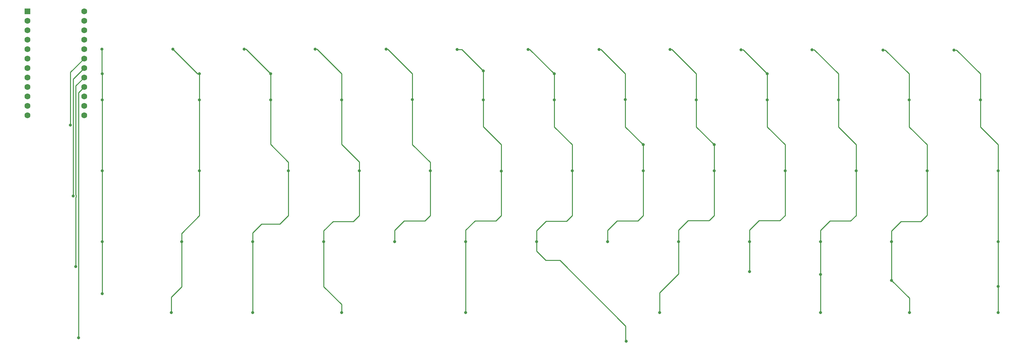
<source format=gtl>
G04 #@! TF.GenerationSoftware,KiCad,Pcbnew,(6.0.7-1)-1*
G04 #@! TF.CreationDate,2022-10-03T10:16:15+02:00*
G04 #@! TF.ProjectId,staggered-keyboard,73746167-6765-4726-9564-2d6b6579626f,rev?*
G04 #@! TF.SameCoordinates,Original*
G04 #@! TF.FileFunction,Copper,L1,Top*
G04 #@! TF.FilePolarity,Positive*
%FSLAX46Y46*%
G04 Gerber Fmt 4.6, Leading zero omitted, Abs format (unit mm)*
G04 Created by KiCad (PCBNEW (6.0.7-1)-1) date 2022-10-03 10:16:15*
%MOMM*%
%LPD*%
G01*
G04 APERTURE LIST*
G04 #@! TA.AperFunction,ComponentPad*
%ADD10R,1.600000X1.600000*%
G04 #@! TD*
G04 #@! TA.AperFunction,ComponentPad*
%ADD11C,1.600000*%
G04 #@! TD*
G04 #@! TA.AperFunction,ViaPad*
%ADD12C,0.800000*%
G04 #@! TD*
G04 #@! TA.AperFunction,Conductor*
%ADD13C,0.250000*%
G04 #@! TD*
G04 APERTURE END LIST*
D10*
X68060000Y-141940000D03*
D11*
X68060000Y-144480000D03*
X68060000Y-147020000D03*
X68060000Y-149560000D03*
X68060000Y-152100000D03*
X68060000Y-154640000D03*
X68060000Y-157180000D03*
X68060000Y-159720000D03*
X68060000Y-162260000D03*
X68060000Y-164800000D03*
X68060000Y-167340000D03*
X68060000Y-169880000D03*
X83300000Y-169880000D03*
X83300000Y-167340000D03*
X83300000Y-164800000D03*
X83300000Y-162260000D03*
X83300000Y-159720000D03*
X83300000Y-157180000D03*
X83300000Y-154640000D03*
X83300000Y-152100000D03*
X83300000Y-149560000D03*
X83300000Y-147020000D03*
X83300000Y-144480000D03*
X83300000Y-141940000D03*
D12*
X79625500Y-172550000D03*
X80355500Y-191600000D03*
X81070000Y-210570000D03*
X81800000Y-229650000D03*
X88125000Y-217800000D03*
X88125000Y-184800000D03*
X88100000Y-152140000D03*
X88125000Y-203850000D03*
X88125000Y-158680000D03*
X88125000Y-165725000D03*
X114250000Y-165725000D03*
X114250000Y-184775000D03*
X109500000Y-203850000D03*
X107130000Y-152110000D03*
X106700000Y-222875000D03*
X114250000Y-158725000D03*
X126220000Y-152150000D03*
X138075000Y-184775000D03*
X128550000Y-203825000D03*
X133325000Y-165725000D03*
X128550000Y-222875000D03*
X133325000Y-158725000D03*
X152400000Y-222875000D03*
X147600000Y-203825000D03*
X145270000Y-152150000D03*
X152375000Y-165725000D03*
X157125000Y-184775000D03*
X166625000Y-203850000D03*
X164350000Y-152130000D03*
X171400000Y-165700000D03*
X176175000Y-184775000D03*
X183370000Y-152170000D03*
X195225000Y-184850000D03*
X190450000Y-165725000D03*
X185700000Y-203825000D03*
X190450000Y-157950000D03*
X185700000Y-222875000D03*
X228780000Y-230580000D03*
X204750000Y-203825000D03*
X209500000Y-165725000D03*
X214275000Y-184775000D03*
X202420000Y-152160000D03*
X209500000Y-158750000D03*
X233325000Y-177800000D03*
X233325000Y-184775000D03*
X223800000Y-203825000D03*
X221500000Y-152180000D03*
X228550000Y-165700000D03*
X247600000Y-165725000D03*
X252375000Y-177800000D03*
X242850000Y-203825000D03*
X240550000Y-152230000D03*
X237750000Y-222875000D03*
X252375000Y-184825000D03*
X271425000Y-184775000D03*
X261900000Y-211900000D03*
X261900000Y-203825000D03*
X266650000Y-165725000D03*
X266650000Y-158750000D03*
X259580000Y-152290000D03*
X290475000Y-184775000D03*
X280925000Y-212650000D03*
X278680000Y-152280000D03*
X280925000Y-222900000D03*
X280925000Y-203825000D03*
X285725000Y-165725000D03*
X297670000Y-152330000D03*
X309525000Y-184775000D03*
X300000000Y-203825000D03*
X304800000Y-222875000D03*
X300000000Y-214250000D03*
X304750000Y-165725000D03*
X316720000Y-152360000D03*
X323825000Y-165725000D03*
X328625000Y-222900000D03*
X328625000Y-215900000D03*
X328575000Y-203850000D03*
X328575000Y-184775000D03*
D13*
X79625500Y-172550000D02*
X79625500Y-158314500D01*
X79625500Y-158314500D02*
X83300000Y-154640000D01*
X80350000Y-191594500D02*
X80350000Y-160130000D01*
X80350000Y-160130000D02*
X83300000Y-157180000D01*
X80355500Y-191600000D02*
X80350000Y-191594500D01*
X81070000Y-191289195D02*
X81070000Y-161950000D01*
X81080500Y-191299695D02*
X81070000Y-191289195D01*
X81080500Y-191900305D02*
X81080500Y-191299695D01*
X81070000Y-191910805D02*
X81080500Y-191900305D01*
X81070000Y-210560000D02*
X81070000Y-191910805D01*
X81070000Y-161950000D02*
X83300000Y-159720000D01*
X81800000Y-163760000D02*
X83300000Y-162260000D01*
X81800000Y-180989054D02*
X81800000Y-229650000D01*
X81800000Y-180989054D02*
X81800000Y-163760000D01*
X88125000Y-203850000D02*
X88125000Y-217800000D01*
X88125000Y-165725000D02*
X88125000Y-158680000D01*
X88125000Y-184800000D02*
X88125000Y-203850000D01*
X88100000Y-158655000D02*
X88125000Y-158680000D01*
X88100000Y-152140000D02*
X88100000Y-158655000D01*
X88125000Y-184800000D02*
X88125000Y-165725000D01*
X109550000Y-201550000D02*
X109500000Y-201600000D01*
X109500000Y-215925000D02*
X106700000Y-218725000D01*
X109500000Y-201600000D02*
X109500000Y-203850000D01*
X114250000Y-184775000D02*
X114250000Y-196850000D01*
X109500000Y-203850000D02*
X109500000Y-215925000D01*
X114250000Y-158725000D02*
X113745000Y-158725000D01*
X114250000Y-158725000D02*
X114250000Y-165725000D01*
X114250000Y-196850000D02*
X109550000Y-201550000D01*
X114250000Y-165725000D02*
X114250000Y-184775000D01*
X113745000Y-158725000D02*
X107130000Y-152110000D01*
X106700000Y-218725000D02*
X106700000Y-222875000D01*
X133325000Y-158725000D02*
X133325000Y-165725000D01*
X133325000Y-177725000D02*
X138075000Y-182475000D01*
X133325000Y-158725000D02*
X126750000Y-152150000D01*
X126750000Y-152150000D02*
X126220000Y-152150000D01*
X138075000Y-184775000D02*
X138075000Y-196825000D01*
X128550000Y-203825000D02*
X128550000Y-222875000D01*
X130925000Y-199100000D02*
X128600000Y-201425000D01*
X138075000Y-182475000D02*
X138075000Y-184775000D01*
X131100000Y-199100000D02*
X130925000Y-199100000D01*
X133325000Y-165725000D02*
X133325000Y-177725000D01*
X128600000Y-201425000D02*
X128550000Y-201475000D01*
X128550000Y-201475000D02*
X128550000Y-203825000D01*
X138075000Y-196825000D02*
X135800000Y-199100000D01*
X135800000Y-199100000D02*
X131100000Y-199100000D01*
X150125000Y-198400000D02*
X147600000Y-200925000D01*
X157125000Y-182425000D02*
X157125000Y-184775000D01*
X157125000Y-184775000D02*
X157125000Y-196800000D01*
X155525000Y-198400000D02*
X150125000Y-198400000D01*
X157125000Y-196800000D02*
X155525000Y-198400000D01*
X152375000Y-177675000D02*
X157125000Y-182425000D01*
X152375000Y-158750000D02*
X145775000Y-152150000D01*
X147600000Y-203825000D02*
X147600000Y-215925000D01*
X147600000Y-215925000D02*
X152400000Y-220725000D01*
X152400000Y-220725000D02*
X152400000Y-222875000D01*
X152375000Y-158750000D02*
X152375000Y-165725000D01*
X147600000Y-200925000D02*
X147600000Y-203825000D01*
X145775000Y-152150000D02*
X145270000Y-152150000D01*
X152375000Y-165725000D02*
X152375000Y-177675000D01*
X171400000Y-165700000D02*
X171400000Y-177750000D01*
X164780000Y-152130000D02*
X171400000Y-158750000D01*
X176175000Y-182525000D02*
X176175000Y-184775000D01*
X166625000Y-200775000D02*
X166625000Y-203850000D01*
X174975000Y-198025000D02*
X174775000Y-198225000D01*
X164350000Y-152130000D02*
X164780000Y-152130000D01*
X174775000Y-198225000D02*
X169175000Y-198225000D01*
X176175000Y-196825000D02*
X174975000Y-198025000D01*
X171400000Y-177750000D02*
X176175000Y-182525000D01*
X169175000Y-198225000D02*
X166625000Y-200775000D01*
X176175000Y-184775000D02*
X176175000Y-196825000D01*
X171400000Y-158750000D02*
X171400000Y-165700000D01*
X188225000Y-198225000D02*
X185700000Y-200750000D01*
X184670000Y-152170000D02*
X183370000Y-152170000D01*
X195225000Y-184850000D02*
X195225000Y-177775000D01*
X185700000Y-203825000D02*
X185700000Y-222875000D01*
X185700000Y-200750000D02*
X185700000Y-203825000D01*
X195225000Y-196850000D02*
X193850000Y-198225000D01*
X190425000Y-172975000D02*
X190425000Y-165750000D01*
X195225000Y-177775000D02*
X190425000Y-172975000D01*
X190425000Y-165750000D02*
X190450000Y-165725000D01*
X190450000Y-157950000D02*
X190450000Y-165725000D01*
X190450000Y-157950000D02*
X184670000Y-152170000D01*
X195225000Y-184850000D02*
X195225000Y-196850000D01*
X193850000Y-198225000D02*
X188225000Y-198225000D01*
X204750000Y-206425000D02*
X207200000Y-208875000D01*
X214275000Y-177800000D02*
X214275000Y-184775000D01*
X202910000Y-152160000D02*
X202420000Y-152160000D01*
X209500000Y-158750000D02*
X209500000Y-165725000D01*
X214275000Y-196850000D02*
X212775000Y-198350000D01*
X212775000Y-198350000D02*
X207300000Y-198350000D01*
X207200000Y-208875000D02*
X210975000Y-208875000D01*
X228650000Y-230450000D02*
X228780000Y-230580000D01*
X228650000Y-226550000D02*
X228650000Y-230450000D01*
X209500000Y-158750000D02*
X202910000Y-152160000D01*
X214275000Y-184775000D02*
X214275000Y-196850000D01*
X209500000Y-173025000D02*
X214275000Y-177800000D01*
X204750000Y-200900000D02*
X204750000Y-203825000D01*
X210975000Y-208875000D02*
X228650000Y-226550000D01*
X209500000Y-165725000D02*
X209500000Y-173025000D01*
X204750000Y-203825000D02*
X204750000Y-206425000D01*
X207300000Y-198350000D02*
X204750000Y-200900000D01*
X233325000Y-196825000D02*
X231875000Y-198275000D01*
X231875000Y-198275000D02*
X226325000Y-198275000D01*
X228550000Y-165700000D02*
X228550000Y-173025000D01*
X233325000Y-177800000D02*
X233325000Y-184775000D01*
X228550000Y-173025000D02*
X233325000Y-177800000D01*
X233325000Y-184775000D02*
X233325000Y-196825000D01*
X221980000Y-152180000D02*
X221500000Y-152180000D01*
X226325000Y-198275000D02*
X223800000Y-200800000D01*
X228550000Y-158750000D02*
X221980000Y-152180000D01*
X228550000Y-158750000D02*
X228550000Y-165700000D01*
X223800000Y-200800000D02*
X223800000Y-203825000D01*
X247600000Y-173025000D02*
X252375000Y-177800000D01*
X252375000Y-196825000D02*
X251125000Y-198075000D01*
X245375000Y-198200000D02*
X242850000Y-200725000D01*
X252375000Y-184825000D02*
X252375000Y-196825000D01*
X237750000Y-217550000D02*
X237750000Y-222875000D01*
X247600000Y-158750000D02*
X247600000Y-165725000D01*
X247600000Y-158750000D02*
X241080000Y-152230000D01*
X251125000Y-198075000D02*
X251000000Y-198200000D01*
X242850000Y-212450000D02*
X237925000Y-217375000D01*
X247600000Y-165725000D02*
X247600000Y-173025000D01*
X242850000Y-203825000D02*
X242850000Y-212450000D01*
X237925000Y-217375000D02*
X237750000Y-217550000D01*
X241080000Y-152230000D02*
X240550000Y-152230000D01*
X242850000Y-200725000D02*
X242850000Y-203825000D01*
X252375000Y-177800000D02*
X252375000Y-184825000D01*
X251000000Y-198200000D02*
X245375000Y-198200000D01*
X266650000Y-158750000D02*
X266650000Y-165725000D01*
X266650000Y-158750000D02*
X260190000Y-152290000D01*
X266650000Y-173025000D02*
X271425000Y-177800000D01*
X270025000Y-198200000D02*
X264450000Y-198200000D01*
X270100000Y-198125000D02*
X270025000Y-198200000D01*
X266650000Y-165725000D02*
X266650000Y-173025000D01*
X271425000Y-177800000D02*
X271425000Y-184775000D01*
X264450000Y-198200000D02*
X261900000Y-200750000D01*
X260190000Y-152290000D02*
X259580000Y-152290000D01*
X261900000Y-200750000D02*
X261900000Y-203825000D01*
X271425000Y-184775000D02*
X271425000Y-196800000D01*
X271425000Y-196800000D02*
X270100000Y-198125000D01*
X261900000Y-211900000D02*
X261900000Y-203825000D01*
X285725000Y-165725000D02*
X285725000Y-173050000D01*
X290475000Y-196825000D02*
X289000000Y-198300000D01*
X280925000Y-200825000D02*
X280925000Y-203825000D01*
X280925000Y-212650000D02*
X280925000Y-222900000D01*
X289000000Y-198300000D02*
X283450000Y-198300000D01*
X285725000Y-158750000D02*
X285725000Y-165725000D01*
X285725000Y-173050000D02*
X290475000Y-177800000D01*
X278680000Y-152280000D02*
X279255000Y-152280000D01*
X290475000Y-184775000D02*
X290475000Y-196825000D01*
X283450000Y-198300000D02*
X280925000Y-200825000D01*
X280925000Y-203825000D02*
X280925000Y-212650000D01*
X279255000Y-152280000D02*
X285725000Y-158750000D01*
X290475000Y-177800000D02*
X290475000Y-184775000D01*
X300000000Y-214250000D02*
X300000000Y-203825000D01*
X309525000Y-196750000D02*
X308025000Y-198250000D01*
X307850000Y-198425000D02*
X302525000Y-198425000D01*
X304775000Y-222850000D02*
X304800000Y-222875000D01*
X304750000Y-158750000D02*
X304750000Y-165725000D01*
X304750000Y-173025000D02*
X309525000Y-177800000D01*
X309525000Y-184775000D02*
X309525000Y-196750000D01*
X304775000Y-219025000D02*
X304775000Y-222850000D01*
X302525000Y-198425000D02*
X300000000Y-200950000D01*
X298330000Y-152330000D02*
X297670000Y-152330000D01*
X300000000Y-200950000D02*
X300000000Y-203825000D01*
X309525000Y-177800000D02*
X309525000Y-184775000D01*
X308025000Y-198250000D02*
X307850000Y-198425000D01*
X304750000Y-165725000D02*
X304750000Y-173025000D01*
X300000000Y-214250000D02*
X304775000Y-219025000D01*
X304750000Y-158750000D02*
X298330000Y-152330000D01*
X328575000Y-215850000D02*
X328625000Y-215900000D01*
X317435000Y-152360000D02*
X316720000Y-152360000D01*
X323825000Y-173050000D02*
X328575000Y-177800000D01*
X323825000Y-165725000D02*
X323825000Y-173050000D01*
X323825000Y-158750000D02*
X317435000Y-152360000D01*
X328575000Y-203850000D02*
X328575000Y-215850000D01*
X328575000Y-184775000D02*
X328575000Y-203850000D01*
X328575000Y-177800000D02*
X328575000Y-184775000D01*
X328625000Y-215900000D02*
X328625000Y-222900000D01*
X323825000Y-158750000D02*
X323825000Y-165725000D01*
M02*

</source>
